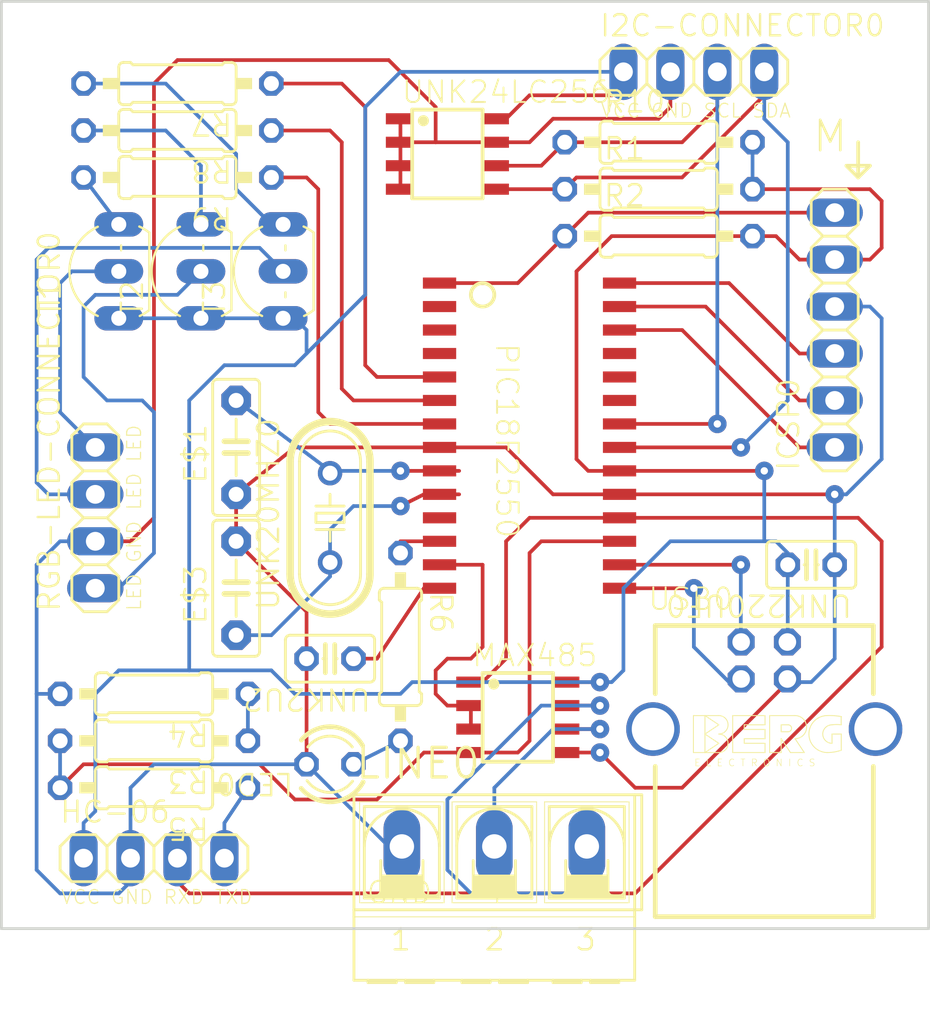
<source format=kicad_pcb>
(kicad_pcb (version 20241229) (generator "pcbnew") (generator_version "9.0")
  (layers (0 "F.Cu" signal) (2 "B.Cu" signal) (13 "F.Paste" user) (15 "B.Paste" user) (5 "F.SilkS" user "F.Silkscreen") (7 "B.SilkS" user "B.Silkscreen") (1 "F.Mask" user) (3 "B.Mask" user) (25 "Edge.Cuts" user))
  (net 0 "")
  (net 1 "S$6")
  (net 2 "S$7")
  (net 3 "S$8")
  (net 4 "S$9")
  (net 5 "S$10")
  (net 6 "S$11")
  (net 7 "S$13")
  (net 8 "S$14")
  (net 9 "S$15")
  (net 10 "S$17")
  (net 11 "S$18")
  (net 12 "S$19")
  (net 13 "S$21")
  (net 14 "S$22")
  (net 15 "S$1")
  (net 16 "S$12")
  (net 17 "S$23")
  (net 18 "S$27")
  (net 19 "S$28")
  (net 20 "S$16")
  (net 21 "S$5")
  (net 22 "S$20")
  (net 23 "S$24")
  (net 24 "S$25")
  (net 25 "S$32")
  (net 26 "S$3")
  (net 27 "S$29")
  (net 28 "S$2")
  (footprint "001:0207_10_217" (layer "F.Cu") (at 145.0086 114.8461 -90)
    (property "Reference" "R6" (at -3.048 -1.524 270) (layer "F.SilkS") (effects (font (size 1.143 1.143) (thickness 0.127)) (justify left bottom)))
    (property "Value" "470")
    (pad "1" thru_hole roundrect (at -5.08 0 270) (size 1.3208 1.3208) (drill 0.8128) (layers "*.Cu" "*.Mask") (chamfer_ratio 0.2928932188) (chamfer top_left top_right bottom_left bottom_right) (net 8 "S$14"))
    (pad "2" thru_hole roundrect (at 5.08 0 270) (size 1.3208 1.3208) (drill 0.8128) (layers "*.Cu" "*.Mask") (chamfer_ratio 0.2928932188) (chamfer top_left top_right bottom_left bottom_right) (net 9 "S$15"))
  )
  (footprint "001:0207_10_217" (layer "F.Cu") (at 132.9436 89.4461 180)
    (property "Reference" "R9" (at -3.048 -1.524 180) (layer "F.SilkS") (effects (font (size 1.143 1.143) (thickness 0.127)) (justify left bottom)))
    (property "Value" "470")
    (pad "1" thru_hole roundrect (at -5.08 0 180) (size 1.3208 1.3208) (drill 0.8128) (layers "*.Cu" "*.Mask") (chamfer_ratio 0.2928932188) (chamfer top_left top_right bottom_left bottom_right) (net 28 "S$2"))
    (pad "2" thru_hole roundrect (at 5.08 0 180) (size 1.3208 1.3208) (drill 0.8128) (layers "*.Cu" "*.Mask") (chamfer_ratio 0.2928932188) (chamfer top_left top_right bottom_left bottom_right) (net 18 "S$27"))
  )
  (footprint "001:1X04_325" (layer "F.Cu") (at 131.6736 126.2761)
    (property "Reference" "HC-06" (at -5.1562 -1.8288 0) (layer "F.SilkS") (effects (font (size 1.143 1.143) (thickness 0.127)) (justify left bottom)))
    (property "Value" "")
    (pad "1" thru_hole oval (at -3.81 0 90) (size 3.048 1.524) (drill 1.016) (layers "*.Cu" "*.Mask") (net 28 "S$2"))
    (pad "2" thru_hole oval (at -1.27 0 90) (size 3.048 1.524) (drill 1.016) (layers "*.Cu" "*.Mask") (net 28 "S$2"))
    (pad "3" thru_hole oval (at 1.27 0 90) (size 3.048 1.524) (drill 1.016) (layers "*.Cu" "*.Mask") (net 6 "S$11"))
    (pad "4" thru_hole oval (at 3.81 0 90) (size 3.048 1.524) (drill 1.016) (layers "*.Cu" "*.Mask") (net 24 "S$25"))
  )
  (footprint "001:M8_279" (layer "F.Cu") (at 147.5486 88.1761 -90)
    (property "Reference" "UNK24LC256" (at -2.667 2.54 0) (layer "F.SilkS") (effects (font (size 1.1684 1.1684) (thickness 0.1016)) (justify left bottom)))
    (property "Value" "")
    (pad "1" smd rect (at -1.905 2.63 270) (size 0.6 1.4) (layers "F.Cu" "F.Mask" "F.Paste"))
    (pad "2" smd rect (at -0.635 2.63 270) (size 0.6 1.4) (layers "F.Cu" "F.Mask" "F.Paste"))
    (pad "3" smd rect (at 0.635 2.63 270) (size 0.6 1.4) (layers "F.Cu" "F.Mask" "F.Paste"))
    (pad "4" smd rect (at 1.905 2.63 270) (size 0.6 1.4) (layers "F.Cu" "F.Mask" "F.Paste"))
    (pad "5" smd rect (at 1.905 -2.63 270) (size 0.6 1.4) (layers "F.Cu" "F.Mask" "F.Paste"))
    (pad "6" smd rect (at 0.635 -2.63 270) (size 0.6 1.4) (layers "F.Cu" "F.Mask" "F.Paste"))
    (pad "7" smd rect (at -0.635 -2.63 270) (size 0.6 1.4) (layers "F.Cu" "F.Mask" "F.Paste"))
    (pad "8" smd rect (at -1.905 -2.63 270) (size 0.6 1.4) (layers "F.Cu" "F.Mask" "F.Paste"))
  )
  (footprint "001:1X04_325" (layer "F.Cu") (at 160.8836 83.7311)
    (property "Reference" "I2C-CONNECTOR0" (at -5.1562 -1.8288 0) (layer "F.SilkS") (effects (font (size 1.143 1.143) (thickness 0.127)) (justify left bottom)))
    (property "Value" "")
    (pad "1" thru_hole oval (at -3.81 0 90) (size 3.048 1.524) (drill 1.016) (layers "*.Cu" "*.Mask") (net 28 "S$2"))
    (pad "2" thru_hole oval (at -1.27 0 90) (size 3.048 1.524) (drill 1.016) (layers "*.Cu" "*.Mask") (net 23 "S$24"))
    (pad "3" thru_hole oval (at 1.27 0 90) (size 3.048 1.524) (drill 1.016) (layers "*.Cu" "*.Mask") (net 22 "S$20"))
    (pad "4" thru_hole oval (at 3.81 0 90) (size 3.048 1.524) (drill 1.016) (layers "*.Cu" "*.Mask") (net 21 "S$5"))
  )
  (footprint "001:0207_10_217" (layer "F.Cu") (at 131.6736 119.9261 180)
    (property "Reference" "R3" (at -3.048 -1.524 180) (layer "F.SilkS") (effects (font (size 1.143 1.143) (thickness 0.127)) (justify left bottom)))
    (property "Value" "1k")
    (pad "1" thru_hole roundrect (at -5.08 0 180) (size 1.3208 1.3208) (drill 0.8128) (layers "*.Cu" "*.Mask") (chamfer_ratio 0.2928932188) (chamfer top_left top_right bottom_left bottom_right) (net 25 "S$32"))
    (pad "2" thru_hole roundrect (at 5.08 0 180) (size 1.3208 1.3208) (drill 0.8128) (layers "*.Cu" "*.Mask") (chamfer_ratio 0.2928932188) (chamfer top_left top_right bottom_left bottom_right) (net 15 "S$1"))
  )
  (footprint "001:SOIC28-3_206" (layer "F.Cu") (at 151.9936 103.4161 -90)
    (property "Reference" "PIC18F2550" (at -5.08 1.905 270) (layer "F.SilkS") (effects (font (size 1.1684 1.1684) (thickness 0.1016)) (justify left bottom)))
    (property "Value" "")
    (pad "1" smd rect (at -8.255 4.87 270) (size 0.6 1.8) (layers "F.Cu" "F.Mask" "F.Paste"))
    (pad "2" smd rect (at -6.985 4.87 270) (size 0.6 1.8) (layers "F.Cu" "F.Mask" "F.Paste"))
    (pad "3" smd rect (at -5.715 4.87 270) (size 0.6 1.8) (layers "F.Cu" "F.Mask" "F.Paste"))
    (pad "4" smd rect (at -4.445 4.87 270) (size 0.6 1.8) (layers "F.Cu" "F.Mask" "F.Paste"))
    (pad "5" smd rect (at -3.175 4.87 270) (size 0.6 1.8) (layers "F.Cu" "F.Mask" "F.Paste"))
    (pad "6" smd rect (at -1.905 4.87 270) (size 0.6 1.8) (layers "F.Cu" "F.Mask" "F.Paste"))
    (pad "7" smd rect (at -0.635 4.87 270) (size 0.6 1.8) (layers "F.Cu" "F.Mask" "F.Paste"))
    (pad "8" smd rect (at 0.635 4.87 270) (size 0.6 1.8) (layers "F.Cu" "F.Mask" "F.Paste"))
    (pad "9" smd rect (at 1.905 4.87 270) (size 0.6 1.8) (layers "F.Cu" "F.Mask" "F.Paste"))
    (pad "10" smd rect (at 3.175 4.87 270) (size 0.6 1.8) (layers "F.Cu" "F.Mask" "F.Paste"))
    (pad "11" smd rect (at 4.445 4.87 270) (size 0.6 1.8) (layers "F.Cu" "F.Mask" "F.Paste"))
    (pad "12" smd rect (at 5.715 4.87 270) (size 0.6 1.8) (layers "F.Cu" "F.Mask" "F.Paste"))
    (pad "13" smd rect (at 6.985 4.87 270) (size 0.6 1.8) (layers "F.Cu" "F.Mask" "F.Paste"))
    (pad "14" smd rect (at 8.255 4.87 270) (size 0.6 1.8) (layers "F.Cu" "F.Mask" "F.Paste"))
    (pad "15" smd rect (at 8.255 -4.87 270) (size 0.6 1.8) (layers "F.Cu" "F.Mask" "F.Paste"))
    (pad "16" smd rect (at 6.985 -4.87 270) (size 0.6 1.8) (layers "F.Cu" "F.Mask" "F.Paste"))
    (pad "17" smd rect (at 5.715 -4.87 270) (size 0.6 1.8) (layers "F.Cu" "F.Mask" "F.Paste"))
    (pad "18" smd rect (at 4.445 -4.87 270) (size 0.6 1.8) (layers "F.Cu" "F.Mask" "F.Paste"))
    (pad "19" smd rect (at 3.175 -4.87 270) (size 0.6 1.8) (layers "F.Cu" "F.Mask" "F.Paste"))
    (pad "20" smd rect (at 1.905 -4.87 270) (size 0.6 1.8) (layers "F.Cu" "F.Mask" "F.Paste"))
    (pad "21" smd rect (at 0.635 -4.87 270) (size 0.6 1.8) (layers "F.Cu" "F.Mask" "F.Paste"))
    (pad "22" smd rect (at -0.635 -4.87 270) (size 0.6 1.8) (layers "F.Cu" "F.Mask" "F.Paste"))
    (pad "23" smd rect (at -1.905 -4.87 270) (size 0.6 1.8) (layers "F.Cu" "F.Mask" "F.Paste"))
    (pad "24" smd rect (at -3.175 -4.87 270) (size 0.6 1.8) (layers "F.Cu" "F.Mask" "F.Paste"))
    (pad "25" smd rect (at -4.445 -4.87 270) (size 0.6 1.8) (layers "F.Cu" "F.Mask" "F.Paste"))
    (pad "26" smd rect (at -5.715 -4.87 270) (size 0.6 1.8) (layers "F.Cu" "F.Mask" "F.Paste"))
    (pad "27" smd rect (at -6.985 -4.87 270) (size 0.6 1.8) (layers "F.Cu" "F.Mask" "F.Paste"))
    (pad "28" smd rect (at -8.255 -4.87 270) (size 0.6 1.8) (layers "F.Cu" "F.Mask" "F.Paste"))
  )
  (footprint "001:dummyfp0" (layer "F.Cu") (at 124.6886 128.8161)
    (property "Reference" "UNK_HOLE_0" (hide yes))
    (property "Value" "")
    (pad "" np_thru_hole circle (at 0 0) (size 1 1) (drill 1) (layers "*.Cu" "*.Mask"))
  )
  (footprint "001:M8_279" (layer "F.Cu") (at 151.3586 118.6561 -90)
    (property "Reference" "MAX485" (at -2.667 2.54 0) (layer "F.SilkS") (effects (font (size 1.1684 1.1684) (thickness 0.1016)) (justify left bottom)))
    (property "Value" "")
    (pad "1" smd rect (at -1.905 2.63 270) (size 0.6 1.4) (layers "F.Cu" "F.Mask" "F.Paste"))
    (pad "2" smd rect (at -0.635 2.63 270) (size 0.6 1.4) (layers "F.Cu" "F.Mask" "F.Paste"))
    (pad "3" smd rect (at 0.635 2.63 270) (size 0.6 1.4) (layers "F.Cu" "F.Mask" "F.Paste"))
    (pad "4" smd rect (at 1.905 2.63 270) (size 0.6 1.4) (layers "F.Cu" "F.Mask" "F.Paste"))
    (pad "5" smd rect (at 1.905 -2.63 270) (size 0.6 1.4) (layers "F.Cu" "F.Mask" "F.Paste"))
    (pad "6" smd rect (at 0.635 -2.63 270) (size 0.6 1.4) (layers "F.Cu" "F.Mask" "F.Paste"))
    (pad "7" smd rect (at -0.635 -2.63 270) (size 0.6 1.4) (layers "F.Cu" "F.Mask" "F.Paste"))
    (pad "8" smd rect (at -1.905 -2.63 270) (size 0.6 1.4) (layers "F.Cu" "F.Mask" "F.Paste"))
  )
  (footprint "001:C5B2.5_116" (layer "F.Cu") (at 136.1186 111.6711 90)
    (property "Reference" "E$3" (at -2.032 -1.524 90) (layer "F.SilkS") (effects (font (size 1.143 1.143) (thickness 0.127)) (justify left bottom)))
    (property "Value" "")
    (pad "1" thru_hole roundrect (at -2.54 0 90) (size 1.6002 1.6002) (drill 0.8128) (layers "*.Cu" "*.Mask") (chamfer_ratio 0.2928932188) (chamfer top_left top_right bottom_left bottom_right))
    (pad "2" thru_hole roundrect (at 2.54 0 90) (size 1.6002 1.6002) (drill 0.8128) (layers "*.Cu" "*.Mask") (chamfer_ratio 0.2928932188) (chamfer top_left top_right bottom_left bottom_right))
  )
  (footprint "001:0207_10_217" (layer "F.Cu") (at 132.9436 84.3661 180)
    (property "Reference" "R7" (at -3.048 -1.524 180) (layer "F.SilkS") (effects (font (size 1.143 1.143) (thickness 0.127)) (justify left bottom)))
    (property "Value" "470")
    (pad "1" thru_hole roundrect (at -5.08 0 180) (size 1.3208 1.3208) (drill 0.8128) (layers "*.Cu" "*.Mask") (chamfer_ratio 0.2928932188) (chamfer top_left top_right bottom_left bottom_right) (net 28 "S$2"))
    (pad "2" thru_hole roundrect (at 5.08 0 180) (size 1.3208 1.3208) (drill 0.8128) (layers "*.Cu" "*.Mask") (chamfer_ratio 0.2928932188) (chamfer top_left top_right bottom_left bottom_right) (net 16 "S$12"))
  )
  (footprint "001:0207_10_217" (layer "F.Cu") (at 131.6736 117.3861 180)
    (property "Reference" "R4" (at -3.048 -1.524 180) (layer "F.SilkS") (effects (font (size 1.143 1.143) (thickness 0.127)) (justify left bottom)))
    (property "Value" "1k")
    (pad "1" thru_hole roundrect (at -5.08 0 180) (size 1.3208 1.3208) (drill 0.8128) (layers "*.Cu" "*.Mask") (chamfer_ratio 0.2928932188) (chamfer top_left top_right bottom_left bottom_right) (net 25 "S$32"))
    (pad "2" thru_hole roundrect (at 5.08 0 180) (size 1.3208 1.3208) (drill 0.8128) (layers "*.Cu" "*.Mask") (chamfer_ratio 0.2928932188) (chamfer top_left top_right bottom_left bottom_right) (net 28 "S$2"))
  )
  (footprint "001:1X06_325" (layer "F.Cu") (at 168.5036 97.7011 90)
    (property "Reference" "ICSP0" (at -7.6962 -1.8288 90) (layer "F.SilkS") (effects (font (size 1.143 1.143) (thickness 0.127)) (justify left bottom)))
    (property "Value" "")
    (pad "1" thru_hole oval (at -6.35 0 180) (size 3.048 1.524) (drill 1.016) (layers "*.Cu" "*.Mask"))
    (pad "2" thru_hole oval (at -3.81 0 180) (size 3.048 1.524) (drill 1.016) (layers "*.Cu" "*.Mask") (net 11 "S$18"))
    (pad "3" thru_hole oval (at -1.27 0 180) (size 3.048 1.524) (drill 1.016) (layers "*.Cu" "*.Mask"))
    (pad "4" thru_hole oval (at 1.27 0 180) (size 3.048 1.524) (drill 1.016) (layers "*.Cu" "*.Mask"))
    (pad "5" thru_hole oval (at 3.81 0 180) (size 3.048 1.524) (drill 1.016) (layers "*.Cu" "*.Mask"))
    (pad "6" thru_hole oval (at 6.35 0 180) (size 3.048 1.524) (drill 1.016) (layers "*.Cu" "*.Mask"))
  )
  (footprint "001:C5B2.5_116" (layer "F.Cu") (at 136.1186 104.0511 90)
    (property "Reference" "E$1" (at -2.032 -1.524 90) (layer "F.SilkS") (effects (font (size 1.143 1.143) (thickness 0.127)) (justify left bottom)))
    (property "Value" "")
    (pad "1" thru_hole roundrect (at -2.54 0 90) (size 1.6002 1.6002) (drill 0.8128) (layers "*.Cu" "*.Mask") (chamfer_ratio 0.2928932188) (chamfer top_left top_right bottom_left bottom_right))
    (pad "2" thru_hole roundrect (at 2.54 0 90) (size 1.6002 1.6002) (drill 0.8128) (layers "*.Cu" "*.Mask") (chamfer_ratio 0.2928932188) (chamfer top_left top_right bottom_left bottom_right))
  )
  (footprint "001:AK500_3-H_181" (layer "F.Cu") (at 150.0886 125.6411)
    (property "Reference" "LINE0" (at -7.5946 -3.556 0) (layer "F.SilkS") (effects (font (size 1.6002 1.6002) (thickness 0.1778)) (justify left bottom)))
    (property "Value" "")
    (fp_text user "1" (at -5.6896 5.715 0) (layer "F.SilkS") (effects (font (size 1.143 1.143) (thickness 0.127)) (justify left bottom)))
    (fp_text user "2" (at -0.6096 5.715 0) (layer "F.SilkS") (effects (font (size 1.143 1.143) (thickness 0.127)) (justify left bottom)))
    (fp_text user "3" (at 4.318 5.715 0) (layer "F.SilkS") (effects (font (size 1.143 1.143) (thickness 0.127)) (justify left bottom)))
    (pad "1" thru_hole oval (at -5.0038 0 90) (size 3.9624 1.9812) (drill 1.3208) (layers "*.Cu" "*.Mask"))
    (pad "2" thru_hole oval (at 0 0 90) (size 3.9624 1.9812) (drill 1.3208) (layers "*.Cu" "*.Mask"))
    (pad "3" thru_hole oval (at 5.0038 0 90) (size 3.9624 1.9812) (drill 1.3208) (layers "*.Cu" "*.Mask"))
  )
  (footprint "001:C025-025X050_334" (layer "F.Cu") (at 167.2336 110.4011 180)
    (property "Reference" "UNK220UF0" (at -2.286 -1.524 180) (layer "F.SilkS") (effects (font (size 1.143 1.143) (thickness 0.127)) (justify left bottom)))
    (property "Value" "")
    (pad "1" thru_hole roundrect (at -1.27 0 180) (size 1.3208 1.3208) (drill 0.8128) (layers "*.Cu" "*.Mask") (chamfer_ratio 0.2928932188) (chamfer top_left top_right bottom_left bottom_right))
    (pad "2" thru_hole roundrect (at 1.27 0 180) (size 1.3208 1.3208) (drill 0.8128) (layers "*.Cu" "*.Mask") (chamfer_ratio 0.2928932188) (chamfer top_left top_right bottom_left bottom_right))
  )
  (footprint "001:dummyfp3" (layer "F.Cu") (at 124.6886 81.1911)
    (property "Reference" "UNK_HOLE_3" (hide yes))
    (property "Value" "")
    (pad "" np_thru_hole circle (at 0 0) (size 1 1) (drill 1) (layers "*.Cu" "*.Mask"))
  )
  (footprint "001:PN61729-S_130" (layer "F.Cu") (at 164.6936 119.2911)
    (property "Reference" "USB0" (at -6.35 -6.35 0) (layer "F.SilkS") (effects (font (size 1.1684 1.1684) (thickness 0.1016)) (justify left bottom)))
    (property "Value" "")
    (fp_text user "E L E C T R O N I C S" (at -3.81 2.04 0) (layer "F.SilkS") (effects (font (size 0.373888 0.373888) (thickness 0.032512)) (justify left bottom)))
    (pad "1" thru_hole roundrect (at 1.25 -4.71) (size 1.458 1.458) (drill 0.95) (layers "*.Cu" "*.Mask") (chamfer_ratio 0.2928932188) (chamfer top_left top_right bottom_left bottom_right))
    (pad "2" thru_hole roundrect (at -1.25 -4.71) (size 1.458 1.458) (drill 0.95) (layers "*.Cu" "*.Mask") (chamfer_ratio 0.2928932188) (chamfer top_left top_right bottom_left bottom_right))
    (pad "3" thru_hole roundrect (at -1.25 -2.71) (size 1.458 1.458) (drill 0.95) (layers "*.Cu" "*.Mask") (chamfer_ratio 0.2928932188) (chamfer top_left top_right bottom_left bottom_right))
    (pad "4" thru_hole roundrect (at 1.25 -2.71) (size 1.458 1.458) (drill 0.95) (layers "*.Cu" "*.Mask") (chamfer_ratio 0.2928932188) (chamfer top_left top_right bottom_left bottom_right))
    (pad "S1" thru_hole circle (at -6.02 0) (size 2.9 2.9) (drill 2.3) (layers "*.Cu" "*.Mask"))
    (pad "S2" thru_hole circle (at 6.02 0) (size 2.9 2.9) (drill 2.3) (layers "*.Cu" "*.Mask"))
  )
  (footprint "001:0207_10_217" (layer "F.Cu") (at 158.9786 92.6211)
    (property "Reference" "R2" (at -3.048 -1.524 0) (layer "F.SilkS") (effects (font (size 1.143 1.143) (thickness 0.127)) (justify left bottom)))
    (property "Value" "10k")
    (pad "1" thru_hole roundrect (at -5.08 0) (size 1.3208 1.3208) (drill 0.8128) (layers "*.Cu" "*.Mask") (chamfer_ratio 0.2928932188) (chamfer top_left top_right bottom_left bottom_right))
    (pad "2" thru_hole roundrect (at 5.08 0) (size 1.3208 1.3208) (drill 0.8128) (layers "*.Cu" "*.Mask") (chamfer_ratio 0.2928932188) (chamfer top_left top_right bottom_left bottom_right))
  )
  (footprint "001:0207_10_217" (layer "F.Cu") (at 158.9786 90.0811)
    (property "Reference" "R1" (at -3.048 -1.524 0) (layer "F.SilkS") (effects (font (size 1.143 1.143) (thickness 0.127)) (justify left bottom)))
    (property "Value" "10k")
    (pad "1" thru_hole roundrect (at -5.08 0) (size 1.3208 1.3208) (drill 0.8128) (layers "*.Cu" "*.Mask") (chamfer_ratio 0.2928932188) (chamfer top_left top_right bottom_left bottom_right) (net 21 "S$5"))
    (pad "2" thru_hole roundrect (at 5.08 0) (size 1.3208 1.3208) (drill 0.8128) (layers "*.Cu" "*.Mask") (chamfer_ratio 0.2928932188) (chamfer top_left top_right bottom_left bottom_right) (net 20 "S$16"))
  )
  (footprint "001:LED3MM_259" (layer "F.Cu") (at 141.1986 121.1961 180)
    (property "Reference" "LED0" (at 1.905 -0.381 180) (layer "F.SilkS") (effects (font (size 1.143 1.143) (thickness 0.127)) (justify left bottom)))
    (property "Value" "")
    (pad "A" thru_hole roundrect (at -1.27 0 180) (size 1.3208 1.3208) (drill 0.8128) (layers "*.Cu" "*.Mask") (chamfer_ratio 0.2928932188) (chamfer top_left top_right bottom_left bottom_right))
    (pad "K" thru_hole roundrect (at 1.27 0 180) (size 1.3208 1.3208) (drill 0.8128) (layers "*.Cu" "*.Mask") (chamfer_ratio 0.2928932188) (chamfer top_left top_right bottom_left bottom_right) (net 28 "S$2"))
  )
  (footprint "001:C025-025X050_334" (layer "F.Cu") (at 141.1986 115.4811 180)
    (property "Reference" "UNK2U2" (at -2.286 -1.524 180) (layer "F.SilkS") (effects (font (size 1.143 1.143) (thickness 0.127)) (justify left bottom)))
    (property "Value" "")
    (pad "1" thru_hole roundrect (at -1.27 0 180) (size 1.3208 1.3208) (drill 0.8128) (layers "*.Cu" "*.Mask") (chamfer_ratio 0.2928932188) (chamfer top_left top_right bottom_left bottom_right) (net 3 "S$8"))
    (pad "2" thru_hole roundrect (at 1.27 0 180) (size 1.3208 1.3208) (drill 0.8128) (layers "*.Cu" "*.Mask") (chamfer_ratio 0.2928932188) (chamfer top_left top_right bottom_left bottom_right) (net 28 "S$2"))
  )
  (footprint "001:TO92-BCE_399" (layer "F.Cu") (at 138.6586 94.5261 90)
    (property "Reference" "T3" (at -2.54 -3.048 90) (layer "F.SilkS") (effects (font (size 1.143 1.143) (thickness 0.127)) (justify left bottom)))
    (property "Value" "BC640")
    (pad "B" thru_hole oval (at 2.54 0 180) (size 2.6416 1.3208) (drill 0.8128) (layers "*.Cu" "*.Mask") (net 16 "S$12"))
    (pad "C" thru_hole oval (at 0 0 180) (size 2.6416 1.3208) (drill 0.8128) (layers "*.Cu" "*.Mask") (net 19 "S$28"))
    (pad "E" thru_hole oval (at -2.54 0 180) (size 2.6416 1.3208) (drill 0.8128) (layers "*.Cu" "*.Mask"))
  )
  (footprint "001:dummyfp2" (layer "F.Cu") (at 172.3136 81.1911)
    (property "Reference" "UNK_HOLE_2" (hide yes))
    (property "Value" "")
    (pad "" np_thru_hole circle (at 0 0) (size 1 1) (drill 1) (layers "*.Cu" "*.Mask"))
  )
  (footprint "001:1X04_325" (layer "F.Cu") (at 128.4986 107.8611 90)
    (property "Reference" "RGB-LED-CONNECTOR0" (at -5.1562 -1.8288 90) (layer "F.SilkS") (effects (font (size 1.143 1.143) (thickness 0.127)) (justify left bottom)))
    (property "Value" "")
    (pad "1" thru_hole oval (at -3.81 0 180) (size 3.048 1.524) (drill 1.016) (layers "*.Cu" "*.Mask") (net 27 "S$29"))
    (pad "2" thru_hole oval (at -1.27 0 180) (size 3.048 1.524) (drill 1.016) (layers "*.Cu" "*.Mask") (net 28 "S$2"))
    (pad "3" thru_hole oval (at 1.27 0 180) (size 3.048 1.524) (drill 1.016) (layers "*.Cu" "*.Mask"))
    (pad "4" thru_hole oval (at 3.81 0 180) (size 3.048 1.524) (drill 1.016) (layers "*.Cu" "*.Mask") (net 26 "S$3"))
  )
  (footprint "001:TO92-BCE_399" (layer "F.Cu") (at 129.7686 94.5261 90)
    (property "Reference" "T1" (at -2.54 -3.048 90) (layer "F.SilkS") (effects (font (size 1.143 1.143) (thickness 0.127)) (justify left bottom)))
    (property "Value" "BC640")
    (pad "B" thru_hole oval (at 2.54 0 180) (size 2.6416 1.3208) (drill 0.8128) (layers "*.Cu" "*.Mask") (net 18 "S$27"))
    (pad "C" thru_hole oval (at 0 0 180) (size 2.6416 1.3208) (drill 0.8128) (layers "*.Cu" "*.Mask"))
    (pad "E" thru_hole oval (at -2.54 0 180) (size 2.6416 1.3208) (drill 0.8128) (layers "*.Cu" "*.Mask"))
  )
  (footprint "001:TO92-BCE_399" (layer "F.Cu") (at 134.2136 94.5261 90)
    (property "Reference" "T2" (at -2.54 -3.048 90) (layer "F.SilkS") (effects (font (size 1.143 1.143) (thickness 0.127)) (justify left bottom)))
    (property "Value" "BC640")
    (pad "B" thru_hole oval (at 2.54 0 180) (size 2.6416 1.3208) (drill 0.8128) (layers "*.Cu" "*.Mask") (net 17 "S$23"))
    (pad "C" thru_hole oval (at 0 0 180) (size 2.6416 1.3208) (drill 0.8128) (layers "*.Cu" "*.Mask") (net 27 "S$29"))
    (pad "E" thru_hole oval (at -2.54 0 180) (size 2.6416 1.3208) (drill 0.8128) (layers "*.Cu" "*.Mask"))
  )
  (footprint "001:0207_10_217" (layer "F.Cu") (at 131.6736 122.4661 180)
    (property "Reference" "R5" (at -3.048 -1.524 180) (layer "F.SilkS") (effects (font (size 1.143 1.143) (thickness 0.127)) (justify left bottom)))
    (property "Value" "1k")
    (pad "1" thru_hole roundrect (at -5.08 0 180) (size 1.3208 1.3208) (drill 0.8128) (layers "*.Cu" "*.Mask") (chamfer_ratio 0.2928932188) (chamfer top_left top_right bottom_left bottom_right) (net 24 "S$25"))
    (pad "2" thru_hole roundrect (at 5.08 0 180) (size 1.3208 1.3208) (drill 0.8128) (layers "*.Cu" "*.Mask") (chamfer_ratio 0.2928932188) (chamfer top_left top_right bottom_left bottom_right) (net 15 "S$1"))
  )
  (footprint "001:0207_10_217" (layer "F.Cu") (at 158.9786 87.5411)
    (property "Reference" "R10" (at -3.048 -1.524 0) (layer "F.SilkS") (effects (font (size 1.143 1.143) (thickness 0.127)) (justify left bottom)))
    (property "Value" "10k")
    (pad "1" thru_hole roundrect (at -5.08 0) (size 1.3208 1.3208) (drill 0.8128) (layers "*.Cu" "*.Mask") (chamfer_ratio 0.2928932188) (chamfer top_left top_right bottom_left bottom_right))
    (pad "2" thru_hole roundrect (at 5.08 0) (size 1.3208 1.3208) (drill 0.8128) (layers "*.Cu" "*.Mask") (chamfer_ratio 0.2928932188) (chamfer top_left top_right bottom_left bottom_right) (net 20 "S$16"))
  )
  (footprint "001:0207_10_217" (layer "F.Cu") (at 132.9436 86.9061 180)
    (property "Reference" "R8" (at -3.048 -1.524 180) (layer "F.SilkS") (effects (font (size 1.143 1.143) (thickness 0.127)) (justify left bottom)))
    (property "Value" "470")
    (pad "1" thru_hole roundrect (at -5.08 0 180) (size 1.3208 1.3208) (drill 0.8128) (layers "*.Cu" "*.Mask") (chamfer_ratio 0.2928932188) (chamfer top_left top_right bottom_left bottom_right) (net 28 "S$2"))
    (pad "2" thru_hole roundrect (at 5.08 0 180) (size 1.3208 1.3208) (drill 0.8128) (layers "*.Cu" "*.Mask") (chamfer_ratio 0.2928932188) (chamfer top_left top_right bottom_left bottom_right) (net 17 "S$23"))
  )
  (footprint "001:dummyfp1" (layer "F.Cu") (at 172.3136 128.8161)
    (property "Reference" "UNK_HOLE_1" (hide yes))
    (property "Value" "")
    (pad "" np_thru_hole circle (at 0 0) (size 1 1) (drill 1) (layers "*.Cu" "*.Mask"))
  )
  (footprint "001:HC49_S_204" (layer "F.Cu") (at 141.1986 107.8611 90)
    (property "Reference" "UNK20MHZ0" (at -5.08 -2.667 90) (layer "F.SilkS") (effects (font (size 1.143 1.143) (thickness 0.127)) (justify left bottom)))
    (property "Value" "")
    (pad "1" thru_hole circle (at -2.413 0 90) (size 1.3208 1.3208) (drill 0.8128) (layers "*.Cu" "*.Mask"))
    (pad "2" thru_hole circle (at 2.413 0 90) (size 1.3208 1.3208) (drill 0.8128) (layers "*.Cu" "*.Mask"))
  )
  (gr_line (start 169.7736 87.5411) (end 169.7736 89.4461) (stroke (width 0.2)) (layer "F.SilkS"))
  (gr_line (start 169.1386 88.8111) (end 169.7736 89.4461) (stroke (width 0.2)) (layer "F.SilkS"))
  (gr_line (start 170.4086 88.8111) (end 169.1386 88.8111) (stroke (width 0.2)) (layer "F.SilkS"))
  (gr_line (start 169.7736 89.4461) (end 170.4086 88.8111) (stroke (width 0.2)) (layer "F.SilkS"))
  (gr_line (start 123.4186 79.9211) (end 123.4186 130.0861) (stroke (width 0.1524)) (layer "Edge.Cuts"))
  (gr_line (start 173.5836 79.9211) (end 123.4186 79.9211) (stroke (width 0.1524)) (layer "Edge.Cuts"))
  (gr_line (start 123.4186 130.0861) (end 173.5836 130.0861) (stroke (width 0.1524)) (layer "Edge.Cuts"))
  (gr_line (start 173.5836 130.0861) (end 173.5836 79.9211) (stroke (width 0.1524)) (layer "Edge.Cuts"))
  (gr_text "GND" (at 143.1036 128.8161 0) (layer "F.SilkS") (effects (font (size 1.1684 1.1684) (thickness 0.1016)) (justify left bottom)))
  (gr_text "VCC GND RXD TXD" (at 126.5936 128.8161 0) (layer "F.SilkS") (effects (font (size 0.747776 0.747776) (thickness 0.065024)) (justify left bottom)))
  (gr_text "+" (at 149.4536 128.8161 0) (layer "F.SilkS") (effects (font (size 1.1684 1.1684) (thickness 0.1016)) (justify left bottom)))
  (gr_text "-" (at 154.5336 128.8161 0) (layer "F.SilkS") (effects (font (size 1.1684 1.1684) (thickness 0.1016)) (justify left bottom)))
  (gr_text "M" (at 167.2336 88.1761 0) (layer "F.SilkS") (effects (font (size 1.63576 1.63576) (thickness 0.14224)) (justify left bottom)))
  (gr_text "VCC GND SCL SDA" (at 155.8036 86.2711 0) (layer "F.SilkS") (effects (font (size 0.747776 0.747776) (thickness 0.065024)) (justify left bottom)))
  (gr_text "LED GND LED LED" (at 131.0386 112.9411 90) (layer "F.SilkS") (effects (font (size 0.747776 0.747776) (thickness 0.065024)) (justify left bottom)))
  (segment (start 157.0736 110.4011) (end 163.4236 110.4011) (width 0.2) (layer "F.Cu") (net 1))
  (via (at 163.4236 110.4011) (size 1) (drill 0.4) (layers "F.Cu" "B.Cu") (net 1))
  (segment (start 163.4236 110.4011) (end 163.4236 114.8461) (width 0.2) (layer "B.Cu") (net 1))
  (segment (start 157.0736 111.6711) (end 160.8836 111.6711) (width 0.2) (layer "F.Cu") (net 2))
  (via (at 160.8836 111.6711) (size 1) (drill 0.4) (layers "F.Cu" "B.Cu") (net 2))
  (segment (start 160.8836 111.6711) (end 160.8836 114.8461) (width 0.2) (layer "B.Cu") (net 2))
  (segment (start 160.8836 114.8461) (end 162.7886 116.7511) (width 0.2) (layer "B.Cu") (net 2))
  (segment (start 163.4236 116.7511) (end 162.7886 116.7511) (width 0.2) (layer "B.Cu") (net 2))
  (segment (start 143.7386 115.4811) (end 146.2786 111.6711) (width 0.2) (layer "F.Cu") (net 3))
  (segment (start 146.2786 111.6711) (end 147.5486 111.6711) (width 0.2) (layer "F.Cu") (net 3))
  (segment (start 142.4686 115.4811) (end 143.7386 115.4811) (width 0.2) (layer "F.Cu") (net 3))
  (segment (start 162.1536 120.5611) (end 165.9636 116.7511) (width 0.2) (layer "F.Cu") (net 4))
  (segment (start 153.8986 116.7511) (end 155.8036 116.7511) (width 0.2) (layer "F.Cu") (net 5))
  (segment (start 171.0436 114.8461) (end 157.7086 128.1811) (width 0.2) (layer "F.Cu") (net 6))
  (segment (start 150.7236 115.4811) (end 150.7236 109.1311) (width 0.2) (layer "F.Cu") (net 6))
  (segment (start 149.4536 116.7511) (end 150.7236 115.4811) (width 0.2) (layer "F.Cu") (net 6))
  (segment (start 151.9936 107.8611) (end 169.7736 107.8611) (width 0.2) (layer "F.Cu") (net 6))
  (segment (start 150.7236 109.1311) (end 151.9936 107.8611) (width 0.2) (layer "F.Cu") (net 6))
  (segment (start 171.0436 109.1311) (end 171.0436 114.8461) (width 0.2) (layer "F.Cu") (net 6))
  (segment (start 169.7736 107.8611) (end 171.0436 109.1311) (width 0.2) (layer "F.Cu") (net 6))
  (segment (start 132.9436 127.5461) (end 132.9436 126.2761) (width 0.2) (layer "F.Cu") (net 6))
  (segment (start 149.4536 116.7511) (end 148.8186 116.7511) (width 0.2) (layer "F.Cu") (net 6))
  (segment (start 157.7086 128.1811) (end 133.5786 128.1811) (width 0.2) (layer "F.Cu") (net 6))
  (segment (start 132.9436 127.5461) (end 133.5786 128.1811) (width 0.2) (layer "F.Cu") (net 6))
  (segment (start 148.8186 115.4811) (end 147.5486 115.4811) (width 0.2) (layer "F.Cu") (net 7))
  (segment (start 147.5486 115.4811) (end 146.9136 116.1161) (width 0.2) (layer "F.Cu") (net 7))
  (segment (start 146.9136 117.3861) (end 147.5486 118.0211) (width 0.2) (layer "F.Cu") (net 7))
  (segment (start 146.9136 110.4011) (end 149.4536 110.4011) (width 0.2) (layer "F.Cu") (net 7))
  (segment (start 147.5486 118.0211) (end 148.8186 118.0211) (width 0.2) (layer "F.Cu") (net 7))
  (segment (start 149.4536 110.4011) (end 149.4536 114.8461) (width 0.2) (layer "F.Cu") (net 7))
  (segment (start 148.8186 118.0211) (end 148.8186 119.2911) (width 0.2) (layer "F.Cu") (net 7))
  (segment (start 149.4536 114.8461) (end 148.8186 115.4811) (width 0.2) (layer "F.Cu") (net 7))
  (segment (start 148.8186 119.2911) (end 148.1836 119.2911) (width 0.2) (layer "F.Cu") (net 7))
  (segment (start 146.9136 116.1161) (end 146.9136 117.3861) (width 0.2) (layer "F.Cu") (net 7))
  (segment (start 145.0086 109.1311) (end 145.0086 109.7661) (width 0.2) (layer "F.Cu") (net 8))
  (segment (start 146.9136 109.1311) (end 145.0086 109.1311) (width 0.2) (layer "F.Cu") (net 8))
  (segment (start 145.0086 119.9261) (end 142.4686 121.1961) (width 0.2) (layer "B.Cu") (net 9))
  (segment (start 157.0736 97.7011) (end 160.2486 97.7011) (width 0.2) (layer "F.Cu") (net 10))
  (segment (start 160.2486 97.7011) (end 166.5986 104.0511) (width 0.2) (layer "F.Cu") (net 10))
  (segment (start 166.5986 104.0511) (end 168.5036 104.0511) (width 0.2) (layer "F.Cu") (net 10))
  (segment (start 161.5186 96.4311) (end 166.5986 101.5111) (width 0.2) (layer "F.Cu") (net 11))
  (segment (start 166.5986 101.5111) (end 168.5036 101.5111) (width 0.2) (layer "F.Cu") (net 11))
  (segment (start 157.0736 96.4311) (end 161.5186 96.4311) (width 0.2) (layer "F.Cu") (net 11))
  (segment (start 162.7886 95.1611) (end 166.5986 98.9711) (width 0.2) (layer "F.Cu") (net 12))
  (segment (start 157.0736 95.1611) (end 162.7886 95.1611) (width 0.2) (layer "F.Cu") (net 12))
  (segment (start 166.5986 98.9711) (end 168.5036 98.9711) (width 0.2) (layer "F.Cu") (net 12))
  (segment (start 146.9136 95.1611) (end 151.3586 95.1611) (width 0.2) (layer "F.Cu") (net 13))
  (segment (start 151.3586 95.1611) (end 155.1686 91.3511) (width 0.2) (layer "F.Cu") (net 13))
  (segment (start 155.1686 91.3511) (end 168.5036 91.3511) (width 0.2) (layer "F.Cu") (net 13))
  (segment (start 168.5036 106.5911) (end 156.4386 106.5911) (width 0.2) (layer "F.Cu") (net 14))
  (via (at 168.5036 106.5911) (size 1) (drill 0.4) (layers "F.Cu" "B.Cu") (net 14))
  (segment (start 171.0436 104.6861) (end 169.1386 106.5911) (width 0.2) (layer "B.Cu") (net 14))
  (segment (start 169.1386 106.5911) (end 168.5036 106.5911) (width 0.2) (layer "B.Cu") (net 14))
  (segment (start 167.2336 116.7511) (end 168.5036 115.4811) (width 0.2) (layer "B.Cu") (net 14))
  (segment (start 170.4086 96.4311) (end 171.0436 97.0661) (width 0.2) (layer "B.Cu") (net 14))
  (segment (start 165.9636 116.7511) (end 167.2336 116.7511) (width 0.2) (layer "B.Cu") (net 14))
  (segment (start 168.5036 96.4311) (end 170.4086 96.4311) (width 0.2) (layer "B.Cu") (net 14))
  (segment (start 168.5036 115.4811) (end 168.5036 106.5911) (width 0.2) (layer "B.Cu") (net 14))
  (segment (start 171.0436 97.0661) (end 171.0436 104.6861) (width 0.2) (layer "B.Cu") (net 14))
  (segment (start 139.2936 123.1011) (end 137.3886 121.1961) (width 0.2) (layer "F.Cu") (net 15))
  (segment (start 143.7386 123.1011) (end 139.2936 123.1011) (width 0.2) (layer "F.Cu") (net 15))
  (segment (start 146.2786 120.5611) (end 151.3586 120.5611) (width 0.2) (layer "F.Cu") (net 15))
  (segment (start 152.6286 109.1311) (end 157.0736 109.1311) (width 0.2) (layer "F.Cu") (net 15))
  (segment (start 127.8636 121.1961) (end 126.5936 122.4661) (width 0.2) (layer "F.Cu") (net 15))
  (segment (start 151.3586 120.5611) (end 151.9936 119.9261) (width 0.2) (layer "F.Cu") (net 15))
  (segment (start 137.3886 121.1961) (end 127.8636 121.1961) (width 0.2) (layer "F.Cu") (net 15))
  (segment (start 146.2786 120.5611) (end 143.7386 123.1011) (width 0.2) (layer "F.Cu") (net 15))
  (segment (start 151.9936 119.9261) (end 151.9936 109.7661) (width 0.2) (layer "F.Cu") (net 15))
  (segment (start 151.9936 109.7661) (end 152.6286 109.1311) (width 0.2) (layer "F.Cu") (net 15))
  (segment (start 126.5936 119.9261) (end 126.5936 122.4661) (width 0.2) (layer "B.Cu") (net 15))
  (segment (start 136.1186 90.0811) (end 136.1186 88.1761) (width 0.2) (layer "B.Cu") (net 16))
  (segment (start 136.1186 88.1761) (end 132.3086 84.3661) (width 0.2) (layer "B.Cu") (net 16))
  (segment (start 138.6586 91.9861) (end 138.0236 91.9861) (width 0.2) (layer "B.Cu") (net 16))
  (segment (start 132.3086 84.3661) (end 127.8636 84.3661) (width 0.2) (layer "B.Cu") (net 16))
  (segment (start 138.0236 91.9861) (end 136.1186 90.0811) (width 0.2) (layer "B.Cu") (net 16))
  (segment (start 132.3086 86.9061) (end 134.2136 88.8111) (width 0.2) (layer "B.Cu") (net 17))
  (segment (start 127.8636 86.9061) (end 132.3086 86.9061) (width 0.2) (layer "B.Cu") (net 17))
  (segment (start 134.2136 88.8111) (end 134.2136 91.9861) (width 0.2) (layer "B.Cu") (net 17))
  (segment (start 127.8636 89.4461) (end 129.7686 91.9861) (width 0.2) (layer "B.Cu") (net 18))
  (segment (start 125.9586 93.2561) (end 137.3886 93.2561) (width 0.2) (layer "B.Cu") (net 19))
  (segment (start 125.3236 93.8911) (end 125.9586 93.2561) (width 0.2) (layer "B.Cu") (net 19))
  (segment (start 125.3236 105.9561) (end 125.9586 106.5911) (width 0.2) (layer "B.Cu") (net 19))
  (segment (start 137.3886 93.2561) (end 138.6586 94.5261) (width 0.2) (layer "B.Cu") (net 19))
  (segment (start 125.9586 106.5911) (end 128.4986 106.5911) (width 0.2) (layer "B.Cu") (net 19))
  (segment (start 125.3236 93.8911) (end 125.3236 105.9561) (width 0.2) (layer "B.Cu") (net 19))
  (segment (start 171.0436 93.2561) (end 170.4086 93.8911) (width 0.2) (layer "F.Cu") (net 20))
  (segment (start 146.2786 106.5911) (end 148.1836 106.5911) (width 0.2) (layer "F.Cu") (net 20))
  (segment (start 146.2786 106.5911) (end 145.0086 107.2261) (width 0.2) (layer "F.Cu") (net 20))
  (segment (start 164.0586 90.0811) (end 170.4086 90.0811) (width 0.2) (layer "F.Cu") (net 20))
  (segment (start 154.5336 104.6861) (end 155.1686 105.3211) (width 0.2) (layer "F.Cu") (net 20))
  (segment (start 171.0436 90.7161) (end 171.0436 93.2561) (width 0.2) (layer "F.Cu") (net 20))
  (segment (start 154.5336 94.5261) (end 154.5336 104.6861) (width 0.2) (layer "F.Cu") (net 20))
  (segment (start 165.3286 92.6211) (end 166.5986 93.8911) (width 0.2) (layer "F.Cu") (net 20))
  (segment (start 165.3286 92.6211) (end 156.4386 92.6211) (width 0.2) (layer "F.Cu") (net 20))
  (segment (start 170.4086 93.8911) (end 166.5986 93.8911) (width 0.2) (layer "F.Cu") (net 20))
  (segment (start 156.4386 92.6211) (end 154.5336 94.5261) (width 0.2) (layer "F.Cu") (net 20))
  (segment (start 155.1686 105.3211) (end 164.6936 105.3211) (width 0.2) (layer "F.Cu") (net 20))
  (segment (start 170.4086 90.0811) (end 171.0436 90.7161) (width 0.2) (layer "F.Cu") (net 20))
  (via (at 164.6936 105.3211) (size 1) (drill 0.4) (layers "F.Cu" "B.Cu") (net 20))
  (via (at 145.0086 107.2261) (size 1) (drill 0.4) (layers "F.Cu" "B.Cu") (net 20))
  (segment (start 157.0736 111.6711) (end 157.0736 116.1161) (width 0.2) (layer "B.Cu") (net 20))
  (segment (start 138.0236 114.2111) (end 136.1186 114.2111) (width 0.2) (layer "B.Cu") (net 20))
  (segment (start 141.1986 111.0361) (end 138.0236 114.2111) (width 0.2) (layer "B.Cu") (net 20))
  (segment (start 164.6936 109.1311) (end 159.6136 109.1311) (width 0.2) (layer "B.Cu") (net 20))
  (segment (start 159.6136 109.1311) (end 157.0736 111.6711) (width 0.2) (layer "B.Cu") (net 20))
  (segment (start 141.1986 111.0361) (end 141.1986 108.4961) (width 0.2) (layer "B.Cu") (net 20))
  (segment (start 156.4386 116.7511) (end 155.8036 116.7511) (width 0.2) (layer "B.Cu") (net 20))
  (segment (start 164.6936 105.3211) (end 164.6936 109.1311) (width 0.2) (layer "B.Cu") (net 20))
  (segment (start 141.1986 108.4961) (end 142.4686 107.2261) (width 0.2) (layer "B.Cu") (net 20))
  (segment (start 165.3286 109.1311) (end 165.9636 109.7661) (width 0.2) (layer "B.Cu") (net 20))
  (segment (start 164.0586 87.5411) (end 164.0586 90.0811) (width 0.2) (layer "B.Cu") (net 20))
  (segment (start 157.0736 116.1161) (end 156.4386 116.7511) (width 0.2) (layer "B.Cu") (net 20))
  (segment (start 165.9636 114.2111) (end 165.9636 109.7661) (width 0.2) (layer "B.Cu") (net 20))
  (segment (start 165.3286 109.1311) (end 164.6936 109.1311) (width 0.2) (layer "B.Cu") (net 20))
  (segment (start 142.4686 107.2261) (end 145.0086 107.2261) (width 0.2) (layer "B.Cu") (net 20))
  (segment (start 163.4236 104.0511) (end 157.0736 104.0511) (width 0.2) (layer "F.Cu") (net 21))
  (segment (start 164.6936 85.0011) (end 160.2486 89.4461) (width 0.2) (layer "F.Cu") (net 21))
  (segment (start 153.8986 90.0811) (end 154.5336 89.4461) (width 0.2) (layer "F.Cu") (net 21))
  (segment (start 154.5336 89.4461) (end 160.2486 89.4461) (width 0.2) (layer "F.Cu") (net 21))
  (segment (start 150.7236 90.0811) (end 153.8986 90.0811) (width 0.2) (layer "F.Cu") (net 21))
  (segment (start 164.6936 85.0011) (end 164.6936 83.7311) (width 0.2) (layer "F.Cu") (net 21))
  (via (at 163.4236 104.0511) (size 1) (drill 0.4) (layers "F.Cu" "B.Cu") (net 21))
  (segment (start 163.4236 104.0511) (end 165.9636 101.5111) (width 0.2) (layer "B.Cu") (net 21))
  (segment (start 165.9636 101.5111) (end 165.9636 87.5411) (width 0.2) (layer "B.Cu") (net 21))
  (segment (start 164.6936 83.7311) (end 164.6936 86.2711) (width 0.2) (layer "B.Cu") (net 21))
  (segment (start 165.9636 87.5411) (end 164.6936 86.2711) (width 0.2) (layer "B.Cu") (net 21))
  (segment (start 162.1536 102.7811) (end 157.0736 102.7811) (width 0.2) (layer "F.Cu") (net 22))
  (segment (start 150.7236 88.8111) (end 152.6286 88.8111) (width 0.2) (layer "F.Cu") (net 22))
  (segment (start 162.1536 85.6361) (end 162.1536 83.7311) (width 0.2) (layer "F.Cu") (net 22))
  (segment (start 152.6286 88.8111) (end 153.8986 87.5411) (width 0.2) (layer "F.Cu") (net 22))
  (segment (start 160.2486 87.5411) (end 162.1536 85.6361) (width 0.2) (layer "F.Cu") (net 22))
  (segment (start 153.8986 87.5411) (end 160.2486 87.5411) (width 0.2) (layer "F.Cu") (net 22))
  (via (at 162.1536 102.7811) (size 1) (drill 0.4) (layers "F.Cu" "B.Cu") (net 22))
  (segment (start 162.1536 83.7311) (end 162.1536 102.7811) (width 0.2) (layer "B.Cu") (net 22))
  (segment (start 150.7236 87.5411) (end 151.9936 87.5411) (width 0.2) (layer "F.Cu") (net 23))
  (segment (start 159.6136 85.6361) (end 159.6136 83.7311) (width 0.2) (layer "F.Cu") (net 23))
  (segment (start 153.2636 86.2711) (end 158.9786 86.2711) (width 0.2) (layer "F.Cu") (net 23))
  (segment (start 151.9936 87.5411) (end 153.2636 86.2711) (width 0.2) (layer "F.Cu") (net 23))
  (segment (start 158.9786 86.2711) (end 159.6136 85.6361) (width 0.2) (layer "F.Cu") (net 23))
  (segment (start 135.4836 124.3711) (end 135.4836 126.2761) (width 0.2) (layer "B.Cu") (net 24))
  (segment (start 136.7536 122.4661) (end 135.4836 124.3711) (width 0.2) (layer "B.Cu") (net 24))
  (segment (start 136.7536 117.3861) (end 136.7536 119.9261) (width 0.2) (layer "B.Cu") (net 25))
  (segment (start 126.5936 102.1461) (end 128.4986 104.0511) (width 0.2) (layer "B.Cu") (net 26))
  (segment (start 127.2286 94.5261) (end 126.5936 95.1611) (width 0.2) (layer "B.Cu") (net 26))
  (segment (start 126.5936 95.1611) (end 126.5936 102.1461) (width 0.2) (layer "B.Cu") (net 26))
  (segment (start 129.7686 94.5261) (end 127.2286 94.5261) (width 0.2) (layer "B.Cu") (net 26))
  (segment (start 129.1336 101.5111) (end 131.0386 101.5111) (width 0.2) (layer "B.Cu") (net 27))
  (segment (start 134.2136 94.5261) (end 132.9436 95.7961) (width 0.2) (layer "B.Cu") (net 27))
  (segment (start 129.7686 111.6711) (end 128.4986 111.6711) (width 0.2) (layer "B.Cu") (net 27))
  (segment (start 131.6736 102.1461) (end 131.6736 109.7661) (width 0.2) (layer "B.Cu") (net 27))
  (segment (start 131.6736 109.7661) (end 129.7686 111.6711) (width 0.2) (layer "B.Cu") (net 27))
  (segment (start 127.8636 96.4311) (end 127.8636 100.2411) (width 0.2) (layer "B.Cu") (net 27))
  (segment (start 128.4986 95.7961) (end 127.8636 96.4311) (width 0.2) (layer "B.Cu") (net 27))
  (segment (start 132.9436 95.7961) (end 128.4986 95.7961) (width 0.2) (layer "B.Cu") (net 27))
  (segment (start 127.8636 100.2411) (end 129.1336 101.5111) (width 0.2) (layer "B.Cu") (net 27))
  (segment (start 131.0386 101.5111) (end 131.6736 102.1461) (width 0.2) (layer "B.Cu") (net 27))
  (segment (start 146.9136 85.6361) (end 146.9136 87.5411) (width 0.2) (layer "F.Cu") (net 28))
  (segment (start 143.7386 100.2411) (end 147.5486 100.2411) (width 0.2) (layer "F.Cu") (net 28))
  (segment (start 144.3736 83.0961) (end 146.9136 85.6361) (width 0.2) (layer "F.Cu") (net 28))
  (segment (start 157.7086 122.4661) (end 160.2486 122.4661) (width 0.2) (layer "F.Cu") (net 28))
  (segment (start 153.8986 120.5611) (end 155.8036 120.5611) (width 0.2) (layer "F.Cu") (net 28))
  (segment (start 132.9436 83.0961) (end 144.3736 83.0961) (width 0.2) (layer "F.Cu") (net 28))
  (segment (start 140.5636 90.0811) (end 140.5636 102.1461) (width 0.2) (layer "F.Cu") (net 28))
  (segment (start 143.1036 99.6061) (end 143.7386 100.2411) (width 0.2) (layer "F.Cu") (net 28))
  (segment (start 149.4536 86.2711) (end 150.7236 86.2711) (width 0.2) (layer "F.Cu") (net 28))
  (segment (start 145.0086 86.2711) (end 145.0086 87.5411) (width 0.2) (layer "F.Cu") (net 28))
  (segment (start 141.1986 86.9061) (end 138.0236 86.9061) (width 0.2) (layer "F.Cu") (net 28))
  (segment (start 141.8336 84.3661) (end 138.0236 84.3661) (width 0.2) (layer "F.Cu") (net 28))
  (segment (start 150.0886 87.5411) (end 146.9136 87.5411) (width 0.2) (layer "F.Cu") (net 28))
  (segment (start 160.2486 122.4661) (end 162.7886 119.9261) (width 0.2) (layer "F.Cu") (net 28))
  (segment (start 151.9936 85.0011) (end 156.4386 85.0011) (width 0.2) (layer "F.Cu") (net 28))
  (segment (start 130.4036 109.1311) (end 131.6736 107.8611) (width 0.2) (layer "F.Cu") (net 28))
  (segment (start 138.0236 89.4461) (end 139.9286 89.4461) (width 0.2) (layer "F.Cu") (net 28))
  (segment (start 131.6736 84.3661) (end 132.9436 83.0961) (width 0.2) (layer "F.Cu") (net 28))
  (segment (start 136.1186 106.5911) (end 136.1186 109.1311) (width 0.2) (layer "F.Cu") (net 28))
  (segment (start 139.9286 112.9411) (end 139.9286 115.4811) (width 0.2) (layer "F.Cu") (net 28))
  (segment (start 141.1986 86.9061) (end 141.8336 87.5411) (width 0.2) (layer "F.Cu") (net 28))
  (segment (start 155.8036 120.5611) (end 157.7086 122.4661) (width 0.2) (layer "F.Cu") (net 28))
  (segment (start 128.4986 109.1311) (end 130.4036 109.1311) (width 0.2) (layer "F.Cu") (net 28))
  (segment (start 155.8036 119.2911) (end 153.8986 119.2911) (width 0.2) (layer "F.Cu") (net 28))
  (segment (start 139.2936 104.0511) (end 136.1186 106.5911) (width 0.2) (layer "F.Cu") (net 28))
  (segment (start 153.8986 118.0211) (end 155.8036 118.0211) (width 0.2) (layer "F.Cu") (net 28))
  (segment (start 142.4686 101.5111) (end 147.5486 101.5111) (width 0.2) (layer "F.Cu") (net 28))
  (segment (start 139.9286 89.4461) (end 140.5636 90.0811) (width 0.2) (layer "F.Cu") (net 28))
  (segment (start 145.0086 87.5411) (end 145.0086 90.0811) (width 0.2) (layer "F.Cu") (net 28))
  (segment (start 131.6736 107.8611) (end 131.6736 84.3661) (width 0.2) (layer "F.Cu") (net 28))
  (segment (start 143.1036 85.6361) (end 143.1036 99.6061) (width 0.2) (layer "F.Cu") (net 28))
  (segment (start 136.1186 109.1311) (end 139.9286 112.9411) (width 0.2) (layer "F.Cu") (net 28))
  (segment (start 148.1836 105.3211) (end 145.0086 105.3211) (width 0.2) (layer "F.Cu") (net 28))
  (segment (start 141.8336 100.8761) (end 142.4686 101.5111) (width 0.2) (layer "F.Cu") (net 28))
  (segment (start 141.8336 84.3661) (end 143.1036 85.6361) (width 0.2) (layer "F.Cu") (net 28))
  (segment (start 150.7236 104.0511) (end 139.2936 104.0511) (width 0.2) (layer "F.Cu") (net 28))
  (segment (start 150.7236 86.2711) (end 151.9936 85.0011) (width 0.2) (layer "F.Cu") (net 28))
  (segment (start 156.4386 85.0011) (end 157.0736 84.3661) (width 0.2) (layer "F.Cu") (net 28))
  (segment (start 139.9286 121.1961) (end 139.9286 115.4811) (width 0.2) (layer "F.Cu") (net 28))
  (segment (start 141.8336 87.5411) (end 141.8336 100.8761) (width 0.2) (layer "F.Cu") (net 28))
  (segment (start 150.7236 104.0511) (end 153.2636 106.5911) (width 0.2) (layer "F.Cu") (net 28))
  (segment (start 153.2636 106.5911) (end 157.0736 106.5911) (width 0.2) (layer "F.Cu") (net 28))
  (segment (start 141.1986 102.7811) (end 147.5486 102.7811) (width 0.2) (layer "F.Cu") (net 28))
  (segment (start 157.0736 84.3661) (end 157.0736 83.7311) (width 0.2) (layer "F.Cu") (net 28))
  (segment (start 146.9136 87.5411) (end 145.0086 87.5411) (width 0.2) (layer "F.Cu") (net 28))
  (segment (start 140.5636 102.1461) (end 141.1986 102.7811) (width 0.2) (layer "F.Cu") (net 28))
  (via (at 155.8036 119.2911) (size 1) (drill 0.4) (layers "F.Cu" "B.Cu") (net 28))
  (via (at 155.8036 116.7511) (size 1) (drill 0.4) (layers "F.Cu" "B.Cu") (net 28))
  (via (at 145.0086 105.3211) (size 1) (drill 0.4) (layers "F.Cu" "B.Cu") (net 28))
  (via (at 155.8036 118.0211) (size 1) (drill 0.4) (layers "F.Cu" "B.Cu") (net 28))
  (via (at 155.8036 120.5611) (size 1) (drill 0.4) (layers "F.Cu" "B.Cu") (net 28))
  (segment (start 129.7686 116.1161) (end 133.5786 116.1161) (width 0.2) (layer "B.Cu") (net 28))
  (segment (start 144.3736 125.6411) (end 145.0086 125.6411) (width 0.2) (layer "B.Cu") (net 28))
  (segment (start 148.8186 128.1811) (end 147.5486 126.9111) (width 0.2) (layer "B.Cu") (net 28))
  (segment (start 138.0236 116.1161) (end 139.2936 117.3861) (width 0.2) (layer "B.Cu") (net 28))
  (segment (start 145.0086 83.7311) (end 143.1036 85.6361) (width 0.2) (layer "B.Cu") (net 28))
  (segment (start 139.9286 121.1961) (end 131.6736 121.1961) (width 0.2) (layer "B.Cu") (net 28))
  (segment (start 127.8636 126.2761) (end 127.8636 124.3711) (width 0.2) (layer "B.Cu") (net 28))
  (segment (start 133.5786 116.1161) (end 138.0236 116.1161) (width 0.2) (layer "B.Cu") (net 28))
  (segment (start 155.8036 116.7511) (end 145.6436 116.7511) (width 0.2) (layer "B.Cu") (net 28))
  (segment (start 125.3236 126.9111) (end 125.3236 117.3861) (width 0.2) (layer "B.Cu") (net 28))
  (segment (start 139.2936 117.3861) (end 145.0086 117.3861) (width 0.2) (layer "B.Cu") (net 28))
  (segment (start 155.8036 119.2911) (end 153.2636 119.2911) (width 0.2) (layer "B.Cu") (net 28))
  (segment (start 145.0086 105.3211) (end 141.1986 105.3211) (width 0.2) (layer "B.Cu") (net 28))
  (segment (start 143.1036 85.6361) (end 143.1036 95.7961) (width 0.2) (layer "B.Cu") (net 28))
  (segment (start 155.8036 118.0211) (end 152.6286 118.0211) (width 0.2) (layer "B.Cu") (net 28))
  (segment (start 139.9286 98.9711) (end 139.9286 97.7011) (width 0.2) (layer "B.Cu") (net 28))
  (segment (start 130.4036 122.4661) (end 130.4036 126.2761) (width 0.2) (layer "B.Cu") (net 28))
  (segment (start 154.5336 128.1811) (end 148.8186 128.1811) (width 0.2) (layer "B.Cu") (net 28))
  (segment (start 139.2936 99.6061) (end 139.9286 98.9711) (width 0.2) (layer "B.Cu") (net 28))
  (segment (start 131.6736 121.1961) (end 130.4036 122.4661) (width 0.2) (layer "B.Cu") (net 28))
  (segment (start 136.1186 101.5111) (end 141.1986 105.3211) (width 0.2) (layer "B.Cu") (net 28))
  (segment (start 129.7686 128.1811) (end 126.5936 128.1811) (width 0.2) (layer "B.Cu") (net 28))
  (segment (start 126.5936 117.3861) (end 125.3236 117.3861) (width 0.2) (layer "B.Cu") (net 28))
  (segment (start 155.1686 125.6411) (end 155.1686 126.9111) (width 0.2) (layer "B.Cu") (net 28))
  (segment (start 125.3236 110.4011) (end 126.5936 109.1311) (width 0.2) (layer "B.Cu") (net 28))
  (segment (start 145.6436 116.7511) (end 145.0086 117.3861) (width 0.2) (layer "B.Cu") (net 28))
  (segment (start 157.0736 83.7311) (end 145.0086 83.7311) (width 0.2) (layer "B.Cu") (net 28))
  (segment (start 130.4036 127.5461) (end 129.7686 128.1811) (width 0.2) (layer "B.Cu") (net 28))
  (segment (start 135.4836 99.6061) (end 139.2936 99.6061) (width 0.2) (layer "B.Cu") (net 28))
  (segment (start 143.1036 95.7961) (end 139.9286 98.9711) (width 0.2) (layer "B.Cu") (net 28))
  (segment (start 133.5786 101.5111) (end 135.4836 99.6061) (width 0.2) (layer "B.Cu") (net 28))
  (segment (start 139.9286 121.1961) (end 144.3736 125.6411) (width 0.2) (layer "B.Cu") (net 28))
  (segment (start 133.5786 116.1161) (end 133.5786 101.5111) (width 0.2) (layer "B.Cu") (net 28))
  (segment (start 139.2936 97.0661) (end 129.1336 97.0661) (width 0.2) (layer "B.Cu") (net 28))
  (segment (start 147.5486 126.9111) (end 147.5486 123.1011) (width 0.2) (layer "B.Cu") (net 28))
  (segment (start 130.4036 126.2761) (end 130.4036 127.5461) (width 0.2) (layer "B.Cu") (net 28))
  (segment (start 128.4986 123.7361) (end 128.4986 117.3861) (width 0.2) (layer "B.Cu") (net 28))
  (segment (start 126.5936 128.1811) (end 125.3236 126.9111) (width 0.2) (layer "B.Cu") (net 28))
  (segment (start 150.0886 122.4661) (end 150.0886 125.6411) (width 0.2) (layer "B.Cu") (net 28))
  (segment (start 155.1686 126.9111) (end 154.5336 128.1811) (width 0.2) (layer "B.Cu") (net 28))
  (segment (start 125.3236 117.3861) (end 125.3236 110.4011) (width 0.2) (layer "B.Cu") (net 28))
  (segment (start 152.6286 118.0211) (end 147.5486 123.1011) (width 0.2) (layer "B.Cu") (net 28))
  (segment (start 128.4986 117.3861) (end 129.7686 116.1161) (width 0.2) (layer "B.Cu") (net 28))
  (segment (start 126.5936 109.1311) (end 128.4986 109.1311) (width 0.2) (layer "B.Cu") (net 28))
  (segment (start 127.8636 124.3711) (end 128.4986 123.7361) (width 0.2) (layer "B.Cu") (net 28))
  (segment (start 139.9286 97.7011) (end 139.2936 97.0661) (width 0.2) (layer "B.Cu") (net 28))
  (segment (start 153.2636 119.2911) (end 150.0886 122.4661) (width 0.2) (layer "B.Cu") (net 28))
)
</source>
